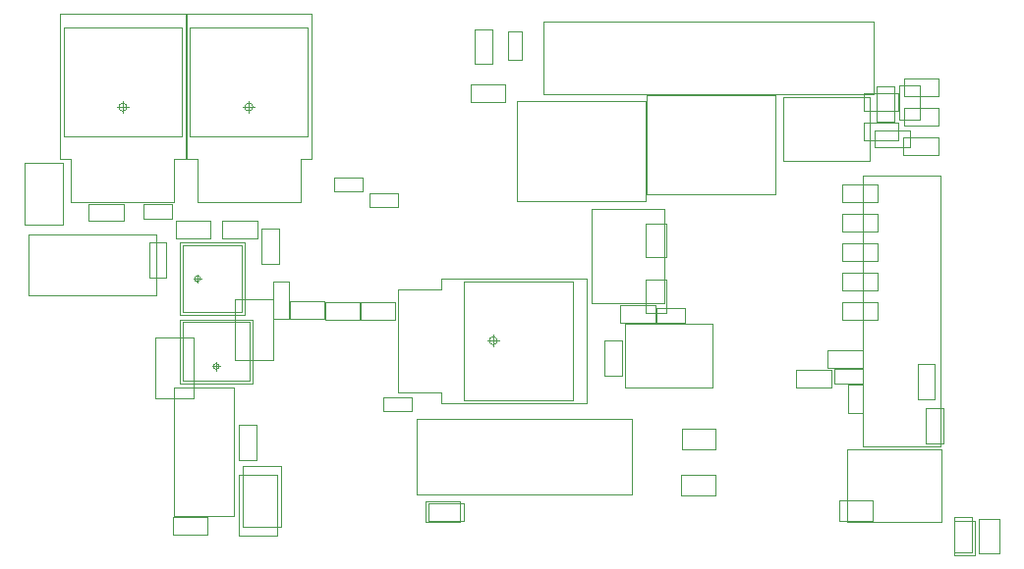
<source format=gbr>
G04 EasyPC Gerber Version 21.0.3 Build 4286 *
G04 #@! TF.Part,Single*
G04 #@! TF.FileFunction,Other,Alley Hoop pcb - Documentation *
G04 #@! TF.FilePolarity,Positive *
%FSLAX35Y35*%
%MOIN*%
%ADD12C,0.00004*%
%ADD11C,0.00039*%
%ADD10C,0.00197*%
%ADD13C,0.00394*%
X0Y0D02*
D02*
D10*
X29730Y127265D02*
X41541D01*
Y121359*
X29730*
Y127265*
X41305Y158085D02*
Y162022D01*
Y161432D02*
G75*
G02Y158676J-1378D01*
G01*
Y161432D02*
G75*
G02Y158676J-1378D01*
G01*
G75*
G02Y161432J1378*
G01*
X43274Y160054D02*
X39337D01*
X48313Y127003D02*
X57919D01*
Y122121*
X48313*
Y127003*
X50163Y113991D02*
Y102180D01*
X56069*
Y113991*
X50163*
X52801Y96176D02*
X9337D01*
Y116609*
X52801*
Y96176*
X58687Y21235D02*
Y64700D01*
X79120*
Y21235*
X58687*
X58805Y127770D02*
Y142554D01*
X62619*
Y191846*
X20132*
Y142554*
X23805*
Y127770*
X58805*
X60596Y89306D02*
Y114109D01*
X82565*
Y89306*
X60596*
X66581Y103085D02*
Y100330D01*
X67565Y101707D02*
G75*
G02X65596I-984D01*
G01*
X67565D02*
G75*
G02X65596I-984D01*
G01*
G75*
G02X67565I984*
G01*
X67959D02*
X65203D01*
X70124Y14778D02*
X58313D01*
Y20684*
X70124*
Y14778*
X71069Y115526D02*
X59258D01*
Y121432*
X71069*
Y115526*
X71581Y71944D02*
X74337D01*
X72959Y72928D02*
G75*
G02Y70959J-984D01*
G01*
Y72928D02*
G75*
G02Y70959J-984D01*
G01*
G75*
G02Y72928J984*
G01*
Y73322D02*
Y70566D01*
X75085Y121432D02*
X86896D01*
Y115526*
X75085*
Y121432*
X80754Y40172D02*
Y51983D01*
X86659*
Y40172*
X80754*
X84061Y158085D02*
Y162022D01*
Y161432D02*
G75*
G02Y158676J-1378D01*
G01*
Y161432D02*
G75*
G02Y158676J-1378D01*
G01*
G75*
G02Y161432J1378*
G01*
X85360Y65959D02*
X60557D01*
Y87928*
X85360*
Y65959*
X86030Y160054D02*
X82093D01*
X88431Y106904D02*
Y118715D01*
X94337*
Y106904*
X88431*
X97799Y100611D02*
Y88013D01*
X92287*
Y100611*
X97799*
X97888Y94015D02*
X109699D01*
Y88109*
X97888*
Y94015*
X101561Y127770D02*
Y142554D01*
X105374*
Y191846*
X62888*
Y142554*
X66561*
Y127770*
X101561*
X109888Y93765D02*
X121699D01*
Y87859*
X109888*
Y93765*
X121888D02*
X133699D01*
Y87859*
X121888*
Y93765*
X122596Y131371D02*
X112990D01*
Y136253*
X122596*
Y131371*
X125085Y130841D02*
X134691D01*
Y125959*
X125085*
Y130841*
X129691Y61511D02*
X139297D01*
Y56629*
X129691*
Y61511*
X134691Y63184D02*
X149474D01*
Y59370*
X198766*
Y101857*
X149474*
Y98184*
X134691*
Y63184*
X144100Y18952D02*
X155596D01*
Y25959*
X144100*
Y18952*
X156935Y19503D02*
X145124D01*
Y25408*
X156935*
Y19503*
X159179Y167731D02*
X170990D01*
Y161826*
X159179*
Y167731*
X165006Y80684D02*
X168943D01*
X166496Y186467D02*
Y174656D01*
X160591*
Y186467*
X166496*
X166974Y78715D02*
Y82652D01*
X168352Y80684D02*
G75*
G02X165596I-1378D01*
G01*
X168352D02*
G75*
G02X165596I-1378D01*
G01*
G75*
G02X168352I1378*
G01*
X174927Y128243D02*
Y162101D01*
X218549*
Y128243*
X174927*
X176734Y185865D02*
Y176259D01*
X171852*
Y185865*
X176734*
X204652Y68873D02*
Y80684D01*
X210557*
Y68873*
X204652*
X214100Y54227D02*
Y28440D01*
X141148*
Y54227*
X214100*
X218982Y130383D02*
Y164241D01*
X262604*
Y130383*
X218982*
X221896Y86826D02*
X210085D01*
Y92731*
X221896*
Y86826*
X225024Y93328D02*
X200220D01*
Y125296*
X225024*
Y93328*
X225797Y90064D02*
Y101560D01*
X218789*
Y90064*
X225797*
Y109064D02*
Y120560D01*
X218789*
Y109064*
X225797*
X232014Y86747D02*
X222407D01*
Y91629*
X232014*
Y86747*
X241266Y64660D02*
X211738D01*
Y86314*
X241266*
Y64660*
X242291Y35066D02*
X230795D01*
Y28058*
X242291*
Y35066*
X242407Y50881D02*
X230911D01*
Y43873*
X242407*
Y50881*
X280360Y77377D02*
X292171D01*
Y71471*
X280360*
Y77377*
X281541Y64739D02*
X269730D01*
Y70644*
X281541*
Y64739*
X282644Y70959D02*
X292250D01*
Y66078*
X282644*
Y70959*
X284295Y19308D02*
X295791D01*
Y26316*
X284295*
Y19308*
X287059Y19081D02*
Y43885D01*
X319028*
Y19081*
X287059*
X292250Y65644D02*
Y56038D01*
X287368*
Y65644*
X292250*
X292551Y148897D02*
X304362D01*
Y154803*
X292551*
Y148897*
X292638Y158897D02*
X304449D01*
Y164803*
X292638*
Y158897*
X294807Y141735D02*
X265280D01*
Y163389*
X294807*
Y141735*
X296028Y189213D02*
X184059D01*
Y164410*
X296028*
Y189213*
X297199Y93765D02*
X285388D01*
Y87859*
X297199*
Y93765*
Y103765D02*
X285388D01*
Y97859*
X297199*
Y103765*
Y113765D02*
X285388D01*
Y107859*
X297199*
Y113765*
Y123765D02*
X285388D01*
Y117859*
X297199*
Y123765*
Y133765D02*
X285388D01*
Y127859*
X297199*
Y133765*
X302996Y166967D02*
Y155156D01*
X297091*
Y166967*
X302996*
X306051Y143897D02*
X317862D01*
Y149803*
X306051*
Y143897*
X306301Y153897D02*
X318112D01*
Y159803*
X306301*
Y153897*
Y163897D02*
X318112D01*
Y169803*
X306301*
Y163897*
X308199Y146359D02*
X296388D01*
Y152265*
X308199*
Y146359*
X311797Y167310D02*
Y155814D01*
X304789*
Y167310*
X311797*
X316746Y60906D02*
Y72717D01*
X310841*
Y60906*
X316746*
X318634Y44828D02*
Y136934D01*
X292453*
Y44828*
X318634*
X319496Y45906D02*
Y57717D01*
X313591*
Y45906*
X319496*
X323341Y8906D02*
Y20717D01*
X329246*
Y8906*
X323341*
X330297Y7814D02*
Y19310D01*
X323289*
Y7814*
X330297*
X338547Y20060D02*
Y8564D01*
X331539*
Y20060*
X338547*
D02*
D11*
X61581Y90290D02*
Y113125D01*
X81581*
Y90290*
X61581*
X84376Y66944D02*
X61541D01*
Y86944*
X84376*
Y66944*
D02*
D12*
X61384Y150015D02*
Y187219D01*
X21226*
Y150015*
X61384*
X104140D02*
Y187219D01*
X63982*
Y150015*
X104140*
X156935Y60605D02*
X194140D01*
Y100763*
X156935*
Y60605*
D02*
D13*
X8116Y120093D02*
Y140959D01*
X21108*
Y120093*
X8116*
X52289Y81904D02*
Y61038D01*
X65281*
Y81904*
X52289*
X80754Y35251D02*
Y14385D01*
X93746*
Y35251*
X80754*
X92447Y74030D02*
Y94896D01*
X79455*
Y74030*
X92447*
X94927Y38204D02*
Y17337D01*
X81935*
Y38204*
X94927*
X0Y0D02*
M02*

</source>
